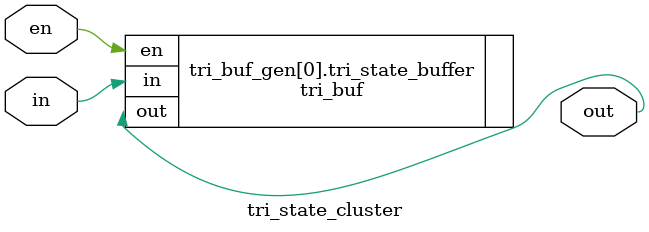
<source format=v>
/*------------------------------------------------------------------------------
--  a cluster of tri-state buffers
------------------------------------------------------------------------------*/


module tri_state_cluster
	#(
		parameter num_input = 1
	)(
		input [num_input-1:0] in,
		output [num_input-1:0] out,
		input [num_input-1:0] en
	);

genvar i;

generate
	for (i = 0; i < num_input; i=i+1) begin: tri_buf_gen
		tri_buf tri_state_buffer(
			.in (in[i]),
			.out (out[i]),
			.en (en[i])
			);
	end
endgenerate

endmodule
</source>
